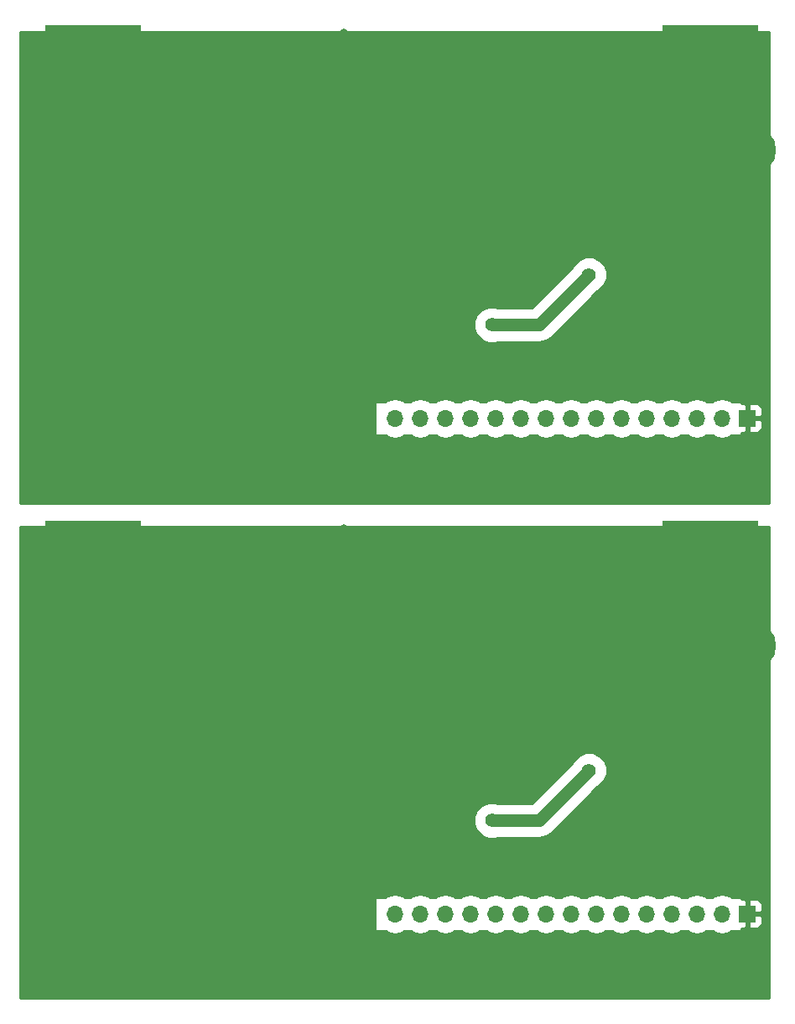
<source format=gbl>
%TF.GenerationSoftware,KiCad,Pcbnew,4.0.5*%
%TF.CreationDate,2018-01-19T21:54:26-07:00*%
%TF.ProjectId,Amplifier and Attenuator Module,416D706C696669657220616E64204174,6*%
%TF.FileFunction,Copper,L2,Bot,Signal*%
%FSLAX46Y46*%
G04 Gerber Fmt 4.6, Leading zero omitted, Abs format (unit mm)*
G04 Created by KiCad (PCBNEW 4.0.5) date 01/19/18 21:54:26*
%MOMM*%
%LPD*%
G01*
G04 APERTURE LIST*
%ADD10C,0.100000*%
%ADD11R,1.700000X1.700000*%
%ADD12O,1.700000X1.700000*%
%ADD13C,0.800000*%
%ADD14C,4.500000*%
%ADD15R,9.650000X4.190000*%
%ADD16C,1.400000*%
%ADD17C,0.250000*%
%ADD18C,1.250000*%
%ADD19C,0.254000*%
G04 APERTURE END LIST*
D10*
D11*
X148442960Y-175543400D03*
D12*
X145902960Y-175543400D03*
X143362960Y-175543400D03*
X140822960Y-175543400D03*
X138282960Y-175543400D03*
X135742960Y-175543400D03*
X133202960Y-175543400D03*
X130662960Y-175543400D03*
X128122960Y-175543400D03*
X125582960Y-175543400D03*
X123042960Y-175543400D03*
X120502960Y-175543400D03*
X117962960Y-175543400D03*
X115422960Y-175543400D03*
X112882960Y-175543400D03*
D13*
X101709500Y-148664100D03*
X77854460Y-156837740D03*
X101357000Y-156686000D03*
X88120500Y-149172100D03*
X116830120Y-169567800D03*
X121446360Y-149180460D03*
X97345000Y-169808000D03*
X107477840Y-172668120D03*
X97317840Y-177748120D03*
X113520500Y-149172100D03*
X79537840Y-175208120D03*
X97010500Y-149172100D03*
X105900500Y-149172100D03*
X117965500Y-149172100D03*
X111097000Y-156291000D03*
X92237840Y-177748120D03*
X107477840Y-177748120D03*
X111171000Y-165459600D03*
X93535000Y-169808000D03*
X107940120Y-169567800D03*
X83375000Y-169808000D03*
X93200500Y-149172100D03*
X109710500Y-149172100D03*
X80500500Y-147267100D03*
X103893900Y-137157900D03*
X98027560Y-138004460D03*
X107758300Y-141557600D03*
X107758300Y-136652600D03*
X150351560Y-138004460D03*
X118601560Y-138004460D03*
X150354500Y-141776000D03*
X137651560Y-138004460D03*
X126221560Y-138004460D03*
X113521560Y-138004460D03*
X135984500Y-140766000D03*
X122411560Y-138004460D03*
X124900760Y-149180460D03*
X133841560Y-138004460D03*
X130031560Y-138004460D03*
X149084500Y-144951000D03*
X76691560Y-138004460D03*
X93201560Y-138004460D03*
X111272600Y-137119800D03*
X108557000Y-154386000D03*
X101837560Y-138004460D03*
X77960500Y-145362100D03*
X88121560Y-138004460D03*
X85354460Y-154037740D03*
D14*
X107040000Y-181508000D03*
X78215560Y-151085460D03*
X149084500Y-148430800D03*
D15*
X144677000Y-137881000D03*
X82397000Y-137851000D03*
D13*
X99932560Y-138004460D03*
X121725000Y-156091000D03*
X111097000Y-159391000D03*
X128456760Y-149180460D03*
X105918000Y-152908000D03*
X87640460Y-159244740D03*
X83675500Y-148537100D03*
X146084360Y-147504060D03*
X98814200Y-156700600D03*
X99423500Y-148664100D03*
X87640460Y-155942740D03*
X88455000Y-169808000D03*
X87640460Y-165594740D03*
X127114000Y-154112000D03*
X128892000Y-156144000D03*
X88120500Y-152982100D03*
X79299080Y-169813160D03*
X116060500Y-137107100D03*
X95995560Y-137115460D03*
X76724000Y-141802000D03*
X90440000Y-137103000D03*
X123757000Y-154059000D03*
X95440000Y-171840000D03*
X75949460Y-158742740D03*
X113020120Y-167662800D03*
X116830120Y-171472800D03*
X104140000Y-154178000D03*
X97010500Y-152982100D03*
X93200500Y-152982100D03*
X98817000Y-154146000D03*
X98817000Y-165576000D03*
X150354500Y-172256000D03*
X98814200Y-162593400D03*
X121725000Y-159901000D03*
X113470000Y-152916000D03*
X81339000Y-154059000D03*
X121471000Y-152916000D03*
X87157840Y-172668120D03*
X117915000Y-152916000D03*
X121725000Y-163711000D03*
X97317840Y-172668120D03*
X119566000Y-169553000D03*
X98814200Y-159393000D03*
X128456760Y-151720460D03*
X102397840Y-182828120D03*
X92237840Y-182828120D03*
X87157840Y-182828120D03*
X82077840Y-182828120D03*
X82077840Y-177748120D03*
X87157840Y-177748120D03*
X102397840Y-177748120D03*
X97317840Y-182828120D03*
X75949460Y-169791740D03*
X75949460Y-165600740D03*
X75949460Y-177792740D03*
X75949460Y-182872740D03*
X111287840Y-172668120D03*
X102397840Y-172668120D03*
X92237840Y-172668120D03*
X107758300Y-146557600D03*
X107758300Y-138557600D03*
X107758300Y-88519600D03*
X107758300Y-96519600D03*
X92237840Y-122630120D03*
X102397840Y-122630120D03*
X111287840Y-122630120D03*
X75949460Y-132834740D03*
X75949460Y-127754740D03*
X75949460Y-115562740D03*
X75949460Y-119753740D03*
X97317840Y-132790120D03*
X102397840Y-127710120D03*
X87157840Y-127710120D03*
X82077840Y-127710120D03*
X82077840Y-132790120D03*
X87157840Y-132790120D03*
X92237840Y-132790120D03*
X102397840Y-132790120D03*
X128456760Y-101682460D03*
X98814200Y-109355000D03*
X119566000Y-119515000D03*
X97317840Y-122630120D03*
X121725000Y-113673000D03*
X117915000Y-102878000D03*
X87157840Y-122630120D03*
X121471000Y-102878000D03*
X81339000Y-104021000D03*
X113470000Y-102878000D03*
X121725000Y-109863000D03*
X98814200Y-112555400D03*
X150354500Y-122218000D03*
X98817000Y-115538000D03*
X98817000Y-104108000D03*
X93200500Y-102944100D03*
X97010500Y-102944100D03*
X104140000Y-104140000D03*
X116830120Y-121434800D03*
X113020120Y-117624800D03*
X75949460Y-108704740D03*
X95440000Y-121802000D03*
X123757000Y-104021000D03*
X90440000Y-87065000D03*
X76724000Y-91764000D03*
X95995560Y-87077460D03*
X116060500Y-87069100D03*
X79299080Y-119775160D03*
X88120500Y-102944100D03*
X128892000Y-106106000D03*
X127114000Y-104074000D03*
X87640460Y-115556740D03*
X88455000Y-119770000D03*
X87640460Y-105904740D03*
X99423500Y-98626100D03*
X98814200Y-106662600D03*
X146084360Y-97466060D03*
X83675500Y-98499100D03*
X87640460Y-109206740D03*
X105918000Y-102870000D03*
X128456760Y-99142460D03*
X111097000Y-109353000D03*
X121725000Y-106053000D03*
X99932560Y-87966460D03*
D15*
X82397000Y-87813000D03*
X144677000Y-87843000D03*
D14*
X149084500Y-98392800D03*
X78215560Y-101047460D03*
X107040000Y-131470000D03*
D13*
X85354460Y-103999740D03*
X88121560Y-87966460D03*
X77960500Y-95324100D03*
X101837560Y-87966460D03*
X108557000Y-104348000D03*
X111272600Y-87081800D03*
X93201560Y-87966460D03*
X76691560Y-87966460D03*
X149084500Y-94913000D03*
X130031560Y-87966460D03*
X133841560Y-87966460D03*
X124900760Y-99142460D03*
X122411560Y-87966460D03*
X135984500Y-90728000D03*
X113521560Y-87966460D03*
X126221560Y-87966460D03*
X137651560Y-87966460D03*
X150354500Y-91738000D03*
X118601560Y-87966460D03*
X150351560Y-87966460D03*
X107758300Y-86614600D03*
X107758300Y-91519600D03*
X98027560Y-87966460D03*
X103893900Y-87119900D03*
X80500500Y-97229100D03*
X109710500Y-99134100D03*
X93200500Y-99134100D03*
X83375000Y-119770000D03*
X107940120Y-119529800D03*
X93535000Y-119770000D03*
X111171000Y-115421600D03*
X107477840Y-127710120D03*
X92237840Y-127710120D03*
X111097000Y-106253000D03*
X117965500Y-99134100D03*
X105900500Y-99134100D03*
X97010500Y-99134100D03*
X79537840Y-125170120D03*
X113520500Y-99134100D03*
X97317840Y-127710120D03*
X107477840Y-122630120D03*
X97345000Y-119770000D03*
X121446360Y-99142460D03*
X116830120Y-119529800D03*
X88120500Y-99134100D03*
X101357000Y-106648000D03*
X77854460Y-106799740D03*
X101709500Y-98626100D03*
D11*
X148442960Y-125505400D03*
D12*
X145902960Y-125505400D03*
X143362960Y-125505400D03*
X140822960Y-125505400D03*
X138282960Y-125505400D03*
X135742960Y-125505400D03*
X133202960Y-125505400D03*
X130662960Y-125505400D03*
X128122960Y-125505400D03*
X125582960Y-125505400D03*
X123042960Y-125505400D03*
X120502960Y-125505400D03*
X117962960Y-125505400D03*
X115422960Y-125505400D03*
X112882960Y-125505400D03*
D13*
X136746800Y-146664300D03*
X135446800Y-146664300D03*
X136746800Y-145364300D03*
X135446800Y-145364300D03*
X132357000Y-146751000D03*
X148422640Y-178693000D03*
X148422640Y-128655000D03*
X132357000Y-96713000D03*
X135446800Y-95326300D03*
X136746800Y-95326300D03*
X135446800Y-96626300D03*
X136746800Y-96626300D03*
D16*
X132457000Y-161091000D03*
X122682280Y-166104760D03*
X122682280Y-116066760D03*
X132457000Y-111053000D03*
D17*
X82282000Y-137966000D02*
X82397000Y-137851000D01*
X76694500Y-137966000D02*
X82282000Y-137966000D01*
X144592000Y-137966000D02*
X144677000Y-137881000D01*
X137654500Y-137966000D02*
X144592000Y-137966000D01*
X137654500Y-87928000D02*
X144592000Y-87928000D01*
X144592000Y-87928000D02*
X144677000Y-87843000D01*
X76694500Y-87928000D02*
X82282000Y-87928000D01*
X82282000Y-87928000D02*
X82397000Y-87813000D01*
D18*
X127443240Y-166104760D02*
X122682280Y-166104760D01*
X132457000Y-161091000D02*
X127443240Y-166104760D01*
X132457000Y-111053000D02*
X127443240Y-116066760D01*
X127443240Y-116066760D02*
X122682280Y-116066760D01*
D19*
G36*
X150638000Y-134068000D02*
X75042000Y-134068000D01*
X75042000Y-123923240D01*
X110839400Y-123923240D01*
X110839400Y-127123240D01*
X110848085Y-127169399D01*
X110875365Y-127211793D01*
X110916990Y-127240234D01*
X110966400Y-127250240D01*
X111946201Y-127250240D01*
X112126395Y-127370642D01*
X112882960Y-127521132D01*
X113639525Y-127370642D01*
X113819719Y-127250240D01*
X114486201Y-127250240D01*
X114666395Y-127370642D01*
X115422960Y-127521132D01*
X116179525Y-127370642D01*
X116359719Y-127250240D01*
X117026201Y-127250240D01*
X117206395Y-127370642D01*
X117962960Y-127521132D01*
X118719525Y-127370642D01*
X118899719Y-127250240D01*
X119566201Y-127250240D01*
X119746395Y-127370642D01*
X120502960Y-127521132D01*
X121259525Y-127370642D01*
X121439719Y-127250240D01*
X122106201Y-127250240D01*
X122286395Y-127370642D01*
X123042960Y-127521132D01*
X123799525Y-127370642D01*
X123979719Y-127250240D01*
X124646201Y-127250240D01*
X124826395Y-127370642D01*
X125582960Y-127521132D01*
X126339525Y-127370642D01*
X126519719Y-127250240D01*
X127186201Y-127250240D01*
X127366395Y-127370642D01*
X128122960Y-127521132D01*
X128879525Y-127370642D01*
X129059719Y-127250240D01*
X129726201Y-127250240D01*
X129906395Y-127370642D01*
X130662960Y-127521132D01*
X131419525Y-127370642D01*
X131599719Y-127250240D01*
X132266201Y-127250240D01*
X132446395Y-127370642D01*
X133202960Y-127521132D01*
X133959525Y-127370642D01*
X134139719Y-127250240D01*
X134806201Y-127250240D01*
X134986395Y-127370642D01*
X135742960Y-127521132D01*
X136499525Y-127370642D01*
X136679719Y-127250240D01*
X137346201Y-127250240D01*
X137526395Y-127370642D01*
X138282960Y-127521132D01*
X139039525Y-127370642D01*
X139219719Y-127250240D01*
X139886201Y-127250240D01*
X140066395Y-127370642D01*
X140822960Y-127521132D01*
X141579525Y-127370642D01*
X141759719Y-127250240D01*
X142426201Y-127250240D01*
X142606395Y-127370642D01*
X143362960Y-127521132D01*
X144119525Y-127370642D01*
X144299719Y-127250240D01*
X144966201Y-127250240D01*
X145146395Y-127370642D01*
X145902960Y-127521132D01*
X146659525Y-127370642D01*
X146839719Y-127250240D01*
X147755000Y-127250240D01*
X147801159Y-127241555D01*
X147843553Y-127214275D01*
X147871994Y-127172650D01*
X147882000Y-127123240D01*
X147882000Y-126990400D01*
X148157210Y-126990400D01*
X148315960Y-126831650D01*
X148315960Y-125632400D01*
X148569960Y-125632400D01*
X148569960Y-126831650D01*
X148728710Y-126990400D01*
X149419270Y-126990400D01*
X149652659Y-126893727D01*
X149831287Y-126715098D01*
X149927960Y-126481709D01*
X149927960Y-125791150D01*
X149769210Y-125632400D01*
X148569960Y-125632400D01*
X148315960Y-125632400D01*
X148295960Y-125632400D01*
X148295960Y-125378400D01*
X148315960Y-125378400D01*
X148315960Y-124179150D01*
X148569960Y-124179150D01*
X148569960Y-125378400D01*
X149769210Y-125378400D01*
X149927960Y-125219650D01*
X149927960Y-124529091D01*
X149831287Y-124295702D01*
X149652659Y-124117073D01*
X149419270Y-124020400D01*
X148728710Y-124020400D01*
X148569960Y-124179150D01*
X148315960Y-124179150D01*
X148157210Y-124020400D01*
X147882000Y-124020400D01*
X147882000Y-123923240D01*
X147873315Y-123877081D01*
X147846035Y-123834687D01*
X147804410Y-123806246D01*
X147755000Y-123796240D01*
X146893118Y-123796240D01*
X146659525Y-123640158D01*
X145902960Y-123489668D01*
X145146395Y-123640158D01*
X144912802Y-123796240D01*
X144353118Y-123796240D01*
X144119525Y-123640158D01*
X143362960Y-123489668D01*
X142606395Y-123640158D01*
X142372802Y-123796240D01*
X141813118Y-123796240D01*
X141579525Y-123640158D01*
X140822960Y-123489668D01*
X140066395Y-123640158D01*
X139832802Y-123796240D01*
X139273118Y-123796240D01*
X139039525Y-123640158D01*
X138282960Y-123489668D01*
X137526395Y-123640158D01*
X137292802Y-123796240D01*
X136733118Y-123796240D01*
X136499525Y-123640158D01*
X135742960Y-123489668D01*
X134986395Y-123640158D01*
X134752802Y-123796240D01*
X134193118Y-123796240D01*
X133959525Y-123640158D01*
X133202960Y-123489668D01*
X132446395Y-123640158D01*
X132212802Y-123796240D01*
X131653118Y-123796240D01*
X131419525Y-123640158D01*
X130662960Y-123489668D01*
X129906395Y-123640158D01*
X129672802Y-123796240D01*
X129113118Y-123796240D01*
X128879525Y-123640158D01*
X128122960Y-123489668D01*
X127366395Y-123640158D01*
X127132802Y-123796240D01*
X126573118Y-123796240D01*
X126339525Y-123640158D01*
X125582960Y-123489668D01*
X124826395Y-123640158D01*
X124592802Y-123796240D01*
X124033118Y-123796240D01*
X123799525Y-123640158D01*
X123042960Y-123489668D01*
X122286395Y-123640158D01*
X122052802Y-123796240D01*
X121493118Y-123796240D01*
X121259525Y-123640158D01*
X120502960Y-123489668D01*
X119746395Y-123640158D01*
X119512802Y-123796240D01*
X118953118Y-123796240D01*
X118719525Y-123640158D01*
X117962960Y-123489668D01*
X117206395Y-123640158D01*
X116972802Y-123796240D01*
X116413118Y-123796240D01*
X116179525Y-123640158D01*
X115422960Y-123489668D01*
X114666395Y-123640158D01*
X114432802Y-123796240D01*
X113873118Y-123796240D01*
X113639525Y-123640158D01*
X112882960Y-123489668D01*
X112126395Y-123640158D01*
X111892802Y-123796240D01*
X110966400Y-123796240D01*
X110920241Y-123804925D01*
X110877847Y-123832205D01*
X110849406Y-123873830D01*
X110839400Y-123923240D01*
X75042000Y-123923240D01*
X75042000Y-116428578D01*
X120854964Y-116428578D01*
X121132522Y-117100320D01*
X121646016Y-117614712D01*
X122317273Y-117893442D01*
X123044098Y-117894076D01*
X123226377Y-117818760D01*
X127443240Y-117818760D01*
X128113702Y-117685397D01*
X128682091Y-117305611D01*
X133310576Y-112677126D01*
X133490560Y-112602758D01*
X134004952Y-112089264D01*
X134283682Y-111418007D01*
X134284316Y-110691182D01*
X134006758Y-110019440D01*
X133493264Y-109505048D01*
X132822007Y-109226318D01*
X132095182Y-109225684D01*
X131423440Y-109503242D01*
X130909048Y-110016736D01*
X130833413Y-110198885D01*
X126717538Y-114314760D01*
X123227141Y-114314760D01*
X123047287Y-114240078D01*
X122320462Y-114239444D01*
X121648720Y-114517002D01*
X121134328Y-115030496D01*
X120855598Y-115701753D01*
X120854964Y-116428578D01*
X75042000Y-116428578D01*
X75042000Y-86472000D01*
X150638000Y-86472000D01*
X150638000Y-134068000D01*
X150638000Y-134068000D01*
G37*
X150638000Y-134068000D02*
X75042000Y-134068000D01*
X75042000Y-123923240D01*
X110839400Y-123923240D01*
X110839400Y-127123240D01*
X110848085Y-127169399D01*
X110875365Y-127211793D01*
X110916990Y-127240234D01*
X110966400Y-127250240D01*
X111946201Y-127250240D01*
X112126395Y-127370642D01*
X112882960Y-127521132D01*
X113639525Y-127370642D01*
X113819719Y-127250240D01*
X114486201Y-127250240D01*
X114666395Y-127370642D01*
X115422960Y-127521132D01*
X116179525Y-127370642D01*
X116359719Y-127250240D01*
X117026201Y-127250240D01*
X117206395Y-127370642D01*
X117962960Y-127521132D01*
X118719525Y-127370642D01*
X118899719Y-127250240D01*
X119566201Y-127250240D01*
X119746395Y-127370642D01*
X120502960Y-127521132D01*
X121259525Y-127370642D01*
X121439719Y-127250240D01*
X122106201Y-127250240D01*
X122286395Y-127370642D01*
X123042960Y-127521132D01*
X123799525Y-127370642D01*
X123979719Y-127250240D01*
X124646201Y-127250240D01*
X124826395Y-127370642D01*
X125582960Y-127521132D01*
X126339525Y-127370642D01*
X126519719Y-127250240D01*
X127186201Y-127250240D01*
X127366395Y-127370642D01*
X128122960Y-127521132D01*
X128879525Y-127370642D01*
X129059719Y-127250240D01*
X129726201Y-127250240D01*
X129906395Y-127370642D01*
X130662960Y-127521132D01*
X131419525Y-127370642D01*
X131599719Y-127250240D01*
X132266201Y-127250240D01*
X132446395Y-127370642D01*
X133202960Y-127521132D01*
X133959525Y-127370642D01*
X134139719Y-127250240D01*
X134806201Y-127250240D01*
X134986395Y-127370642D01*
X135742960Y-127521132D01*
X136499525Y-127370642D01*
X136679719Y-127250240D01*
X137346201Y-127250240D01*
X137526395Y-127370642D01*
X138282960Y-127521132D01*
X139039525Y-127370642D01*
X139219719Y-127250240D01*
X139886201Y-127250240D01*
X140066395Y-127370642D01*
X140822960Y-127521132D01*
X141579525Y-127370642D01*
X141759719Y-127250240D01*
X142426201Y-127250240D01*
X142606395Y-127370642D01*
X143362960Y-127521132D01*
X144119525Y-127370642D01*
X144299719Y-127250240D01*
X144966201Y-127250240D01*
X145146395Y-127370642D01*
X145902960Y-127521132D01*
X146659525Y-127370642D01*
X146839719Y-127250240D01*
X147755000Y-127250240D01*
X147801159Y-127241555D01*
X147843553Y-127214275D01*
X147871994Y-127172650D01*
X147882000Y-127123240D01*
X147882000Y-126990400D01*
X148157210Y-126990400D01*
X148315960Y-126831650D01*
X148315960Y-125632400D01*
X148569960Y-125632400D01*
X148569960Y-126831650D01*
X148728710Y-126990400D01*
X149419270Y-126990400D01*
X149652659Y-126893727D01*
X149831287Y-126715098D01*
X149927960Y-126481709D01*
X149927960Y-125791150D01*
X149769210Y-125632400D01*
X148569960Y-125632400D01*
X148315960Y-125632400D01*
X148295960Y-125632400D01*
X148295960Y-125378400D01*
X148315960Y-125378400D01*
X148315960Y-124179150D01*
X148569960Y-124179150D01*
X148569960Y-125378400D01*
X149769210Y-125378400D01*
X149927960Y-125219650D01*
X149927960Y-124529091D01*
X149831287Y-124295702D01*
X149652659Y-124117073D01*
X149419270Y-124020400D01*
X148728710Y-124020400D01*
X148569960Y-124179150D01*
X148315960Y-124179150D01*
X148157210Y-124020400D01*
X147882000Y-124020400D01*
X147882000Y-123923240D01*
X147873315Y-123877081D01*
X147846035Y-123834687D01*
X147804410Y-123806246D01*
X147755000Y-123796240D01*
X146893118Y-123796240D01*
X146659525Y-123640158D01*
X145902960Y-123489668D01*
X145146395Y-123640158D01*
X144912802Y-123796240D01*
X144353118Y-123796240D01*
X144119525Y-123640158D01*
X143362960Y-123489668D01*
X142606395Y-123640158D01*
X142372802Y-123796240D01*
X141813118Y-123796240D01*
X141579525Y-123640158D01*
X140822960Y-123489668D01*
X140066395Y-123640158D01*
X139832802Y-123796240D01*
X139273118Y-123796240D01*
X139039525Y-123640158D01*
X138282960Y-123489668D01*
X137526395Y-123640158D01*
X137292802Y-123796240D01*
X136733118Y-123796240D01*
X136499525Y-123640158D01*
X135742960Y-123489668D01*
X134986395Y-123640158D01*
X134752802Y-123796240D01*
X134193118Y-123796240D01*
X133959525Y-123640158D01*
X133202960Y-123489668D01*
X132446395Y-123640158D01*
X132212802Y-123796240D01*
X131653118Y-123796240D01*
X131419525Y-123640158D01*
X130662960Y-123489668D01*
X129906395Y-123640158D01*
X129672802Y-123796240D01*
X129113118Y-123796240D01*
X128879525Y-123640158D01*
X128122960Y-123489668D01*
X127366395Y-123640158D01*
X127132802Y-123796240D01*
X126573118Y-123796240D01*
X126339525Y-123640158D01*
X125582960Y-123489668D01*
X124826395Y-123640158D01*
X124592802Y-123796240D01*
X124033118Y-123796240D01*
X123799525Y-123640158D01*
X123042960Y-123489668D01*
X122286395Y-123640158D01*
X122052802Y-123796240D01*
X121493118Y-123796240D01*
X121259525Y-123640158D01*
X120502960Y-123489668D01*
X119746395Y-123640158D01*
X119512802Y-123796240D01*
X118953118Y-123796240D01*
X118719525Y-123640158D01*
X117962960Y-123489668D01*
X117206395Y-123640158D01*
X116972802Y-123796240D01*
X116413118Y-123796240D01*
X116179525Y-123640158D01*
X115422960Y-123489668D01*
X114666395Y-123640158D01*
X114432802Y-123796240D01*
X113873118Y-123796240D01*
X113639525Y-123640158D01*
X112882960Y-123489668D01*
X112126395Y-123640158D01*
X111892802Y-123796240D01*
X110966400Y-123796240D01*
X110920241Y-123804925D01*
X110877847Y-123832205D01*
X110849406Y-123873830D01*
X110839400Y-123923240D01*
X75042000Y-123923240D01*
X75042000Y-116428578D01*
X120854964Y-116428578D01*
X121132522Y-117100320D01*
X121646016Y-117614712D01*
X122317273Y-117893442D01*
X123044098Y-117894076D01*
X123226377Y-117818760D01*
X127443240Y-117818760D01*
X128113702Y-117685397D01*
X128682091Y-117305611D01*
X133310576Y-112677126D01*
X133490560Y-112602758D01*
X134004952Y-112089264D01*
X134283682Y-111418007D01*
X134284316Y-110691182D01*
X134006758Y-110019440D01*
X133493264Y-109505048D01*
X132822007Y-109226318D01*
X132095182Y-109225684D01*
X131423440Y-109503242D01*
X130909048Y-110016736D01*
X130833413Y-110198885D01*
X126717538Y-114314760D01*
X123227141Y-114314760D01*
X123047287Y-114240078D01*
X122320462Y-114239444D01*
X121648720Y-114517002D01*
X121134328Y-115030496D01*
X120855598Y-115701753D01*
X120854964Y-116428578D01*
X75042000Y-116428578D01*
X75042000Y-86472000D01*
X150638000Y-86472000D01*
X150638000Y-134068000D01*
G36*
X150638000Y-184068000D02*
X75042000Y-184068000D01*
X75042000Y-173961240D01*
X110839400Y-173961240D01*
X110839400Y-177161240D01*
X110848085Y-177207399D01*
X110875365Y-177249793D01*
X110916990Y-177278234D01*
X110966400Y-177288240D01*
X111946201Y-177288240D01*
X112126395Y-177408642D01*
X112882960Y-177559132D01*
X113639525Y-177408642D01*
X113819719Y-177288240D01*
X114486201Y-177288240D01*
X114666395Y-177408642D01*
X115422960Y-177559132D01*
X116179525Y-177408642D01*
X116359719Y-177288240D01*
X117026201Y-177288240D01*
X117206395Y-177408642D01*
X117962960Y-177559132D01*
X118719525Y-177408642D01*
X118899719Y-177288240D01*
X119566201Y-177288240D01*
X119746395Y-177408642D01*
X120502960Y-177559132D01*
X121259525Y-177408642D01*
X121439719Y-177288240D01*
X122106201Y-177288240D01*
X122286395Y-177408642D01*
X123042960Y-177559132D01*
X123799525Y-177408642D01*
X123979719Y-177288240D01*
X124646201Y-177288240D01*
X124826395Y-177408642D01*
X125582960Y-177559132D01*
X126339525Y-177408642D01*
X126519719Y-177288240D01*
X127186201Y-177288240D01*
X127366395Y-177408642D01*
X128122960Y-177559132D01*
X128879525Y-177408642D01*
X129059719Y-177288240D01*
X129726201Y-177288240D01*
X129906395Y-177408642D01*
X130662960Y-177559132D01*
X131419525Y-177408642D01*
X131599719Y-177288240D01*
X132266201Y-177288240D01*
X132446395Y-177408642D01*
X133202960Y-177559132D01*
X133959525Y-177408642D01*
X134139719Y-177288240D01*
X134806201Y-177288240D01*
X134986395Y-177408642D01*
X135742960Y-177559132D01*
X136499525Y-177408642D01*
X136679719Y-177288240D01*
X137346201Y-177288240D01*
X137526395Y-177408642D01*
X138282960Y-177559132D01*
X139039525Y-177408642D01*
X139219719Y-177288240D01*
X139886201Y-177288240D01*
X140066395Y-177408642D01*
X140822960Y-177559132D01*
X141579525Y-177408642D01*
X141759719Y-177288240D01*
X142426201Y-177288240D01*
X142606395Y-177408642D01*
X143362960Y-177559132D01*
X144119525Y-177408642D01*
X144299719Y-177288240D01*
X144966201Y-177288240D01*
X145146395Y-177408642D01*
X145902960Y-177559132D01*
X146659525Y-177408642D01*
X146839719Y-177288240D01*
X147755000Y-177288240D01*
X147801159Y-177279555D01*
X147843553Y-177252275D01*
X147871994Y-177210650D01*
X147882000Y-177161240D01*
X147882000Y-177028400D01*
X148157210Y-177028400D01*
X148315960Y-176869650D01*
X148315960Y-175670400D01*
X148569960Y-175670400D01*
X148569960Y-176869650D01*
X148728710Y-177028400D01*
X149419270Y-177028400D01*
X149652659Y-176931727D01*
X149831287Y-176753098D01*
X149927960Y-176519709D01*
X149927960Y-175829150D01*
X149769210Y-175670400D01*
X148569960Y-175670400D01*
X148315960Y-175670400D01*
X148295960Y-175670400D01*
X148295960Y-175416400D01*
X148315960Y-175416400D01*
X148315960Y-174217150D01*
X148569960Y-174217150D01*
X148569960Y-175416400D01*
X149769210Y-175416400D01*
X149927960Y-175257650D01*
X149927960Y-174567091D01*
X149831287Y-174333702D01*
X149652659Y-174155073D01*
X149419270Y-174058400D01*
X148728710Y-174058400D01*
X148569960Y-174217150D01*
X148315960Y-174217150D01*
X148157210Y-174058400D01*
X147882000Y-174058400D01*
X147882000Y-173961240D01*
X147873315Y-173915081D01*
X147846035Y-173872687D01*
X147804410Y-173844246D01*
X147755000Y-173834240D01*
X146893118Y-173834240D01*
X146659525Y-173678158D01*
X145902960Y-173527668D01*
X145146395Y-173678158D01*
X144912802Y-173834240D01*
X144353118Y-173834240D01*
X144119525Y-173678158D01*
X143362960Y-173527668D01*
X142606395Y-173678158D01*
X142372802Y-173834240D01*
X141813118Y-173834240D01*
X141579525Y-173678158D01*
X140822960Y-173527668D01*
X140066395Y-173678158D01*
X139832802Y-173834240D01*
X139273118Y-173834240D01*
X139039525Y-173678158D01*
X138282960Y-173527668D01*
X137526395Y-173678158D01*
X137292802Y-173834240D01*
X136733118Y-173834240D01*
X136499525Y-173678158D01*
X135742960Y-173527668D01*
X134986395Y-173678158D01*
X134752802Y-173834240D01*
X134193118Y-173834240D01*
X133959525Y-173678158D01*
X133202960Y-173527668D01*
X132446395Y-173678158D01*
X132212802Y-173834240D01*
X131653118Y-173834240D01*
X131419525Y-173678158D01*
X130662960Y-173527668D01*
X129906395Y-173678158D01*
X129672802Y-173834240D01*
X129113118Y-173834240D01*
X128879525Y-173678158D01*
X128122960Y-173527668D01*
X127366395Y-173678158D01*
X127132802Y-173834240D01*
X126573118Y-173834240D01*
X126339525Y-173678158D01*
X125582960Y-173527668D01*
X124826395Y-173678158D01*
X124592802Y-173834240D01*
X124033118Y-173834240D01*
X123799525Y-173678158D01*
X123042960Y-173527668D01*
X122286395Y-173678158D01*
X122052802Y-173834240D01*
X121493118Y-173834240D01*
X121259525Y-173678158D01*
X120502960Y-173527668D01*
X119746395Y-173678158D01*
X119512802Y-173834240D01*
X118953118Y-173834240D01*
X118719525Y-173678158D01*
X117962960Y-173527668D01*
X117206395Y-173678158D01*
X116972802Y-173834240D01*
X116413118Y-173834240D01*
X116179525Y-173678158D01*
X115422960Y-173527668D01*
X114666395Y-173678158D01*
X114432802Y-173834240D01*
X113873118Y-173834240D01*
X113639525Y-173678158D01*
X112882960Y-173527668D01*
X112126395Y-173678158D01*
X111892802Y-173834240D01*
X110966400Y-173834240D01*
X110920241Y-173842925D01*
X110877847Y-173870205D01*
X110849406Y-173911830D01*
X110839400Y-173961240D01*
X75042000Y-173961240D01*
X75042000Y-166466578D01*
X120854964Y-166466578D01*
X121132522Y-167138320D01*
X121646016Y-167652712D01*
X122317273Y-167931442D01*
X123044098Y-167932076D01*
X123226377Y-167856760D01*
X127443240Y-167856760D01*
X128113702Y-167723397D01*
X128682091Y-167343611D01*
X133310576Y-162715126D01*
X133490560Y-162640758D01*
X134004952Y-162127264D01*
X134283682Y-161456007D01*
X134284316Y-160729182D01*
X134006758Y-160057440D01*
X133493264Y-159543048D01*
X132822007Y-159264318D01*
X132095182Y-159263684D01*
X131423440Y-159541242D01*
X130909048Y-160054736D01*
X130833413Y-160236885D01*
X126717538Y-164352760D01*
X123227141Y-164352760D01*
X123047287Y-164278078D01*
X122320462Y-164277444D01*
X121648720Y-164555002D01*
X121134328Y-165068496D01*
X120855598Y-165739753D01*
X120854964Y-166466578D01*
X75042000Y-166466578D01*
X75042000Y-136472000D01*
X150638000Y-136472000D01*
X150638000Y-184068000D01*
X150638000Y-184068000D01*
G37*
X150638000Y-184068000D02*
X75042000Y-184068000D01*
X75042000Y-173961240D01*
X110839400Y-173961240D01*
X110839400Y-177161240D01*
X110848085Y-177207399D01*
X110875365Y-177249793D01*
X110916990Y-177278234D01*
X110966400Y-177288240D01*
X111946201Y-177288240D01*
X112126395Y-177408642D01*
X112882960Y-177559132D01*
X113639525Y-177408642D01*
X113819719Y-177288240D01*
X114486201Y-177288240D01*
X114666395Y-177408642D01*
X115422960Y-177559132D01*
X116179525Y-177408642D01*
X116359719Y-177288240D01*
X117026201Y-177288240D01*
X117206395Y-177408642D01*
X117962960Y-177559132D01*
X118719525Y-177408642D01*
X118899719Y-177288240D01*
X119566201Y-177288240D01*
X119746395Y-177408642D01*
X120502960Y-177559132D01*
X121259525Y-177408642D01*
X121439719Y-177288240D01*
X122106201Y-177288240D01*
X122286395Y-177408642D01*
X123042960Y-177559132D01*
X123799525Y-177408642D01*
X123979719Y-177288240D01*
X124646201Y-177288240D01*
X124826395Y-177408642D01*
X125582960Y-177559132D01*
X126339525Y-177408642D01*
X126519719Y-177288240D01*
X127186201Y-177288240D01*
X127366395Y-177408642D01*
X128122960Y-177559132D01*
X128879525Y-177408642D01*
X129059719Y-177288240D01*
X129726201Y-177288240D01*
X129906395Y-177408642D01*
X130662960Y-177559132D01*
X131419525Y-177408642D01*
X131599719Y-177288240D01*
X132266201Y-177288240D01*
X132446395Y-177408642D01*
X133202960Y-177559132D01*
X133959525Y-177408642D01*
X134139719Y-177288240D01*
X134806201Y-177288240D01*
X134986395Y-177408642D01*
X135742960Y-177559132D01*
X136499525Y-177408642D01*
X136679719Y-177288240D01*
X137346201Y-177288240D01*
X137526395Y-177408642D01*
X138282960Y-177559132D01*
X139039525Y-177408642D01*
X139219719Y-177288240D01*
X139886201Y-177288240D01*
X140066395Y-177408642D01*
X140822960Y-177559132D01*
X141579525Y-177408642D01*
X141759719Y-177288240D01*
X142426201Y-177288240D01*
X142606395Y-177408642D01*
X143362960Y-177559132D01*
X144119525Y-177408642D01*
X144299719Y-177288240D01*
X144966201Y-177288240D01*
X145146395Y-177408642D01*
X145902960Y-177559132D01*
X146659525Y-177408642D01*
X146839719Y-177288240D01*
X147755000Y-177288240D01*
X147801159Y-177279555D01*
X147843553Y-177252275D01*
X147871994Y-177210650D01*
X147882000Y-177161240D01*
X147882000Y-177028400D01*
X148157210Y-177028400D01*
X148315960Y-176869650D01*
X148315960Y-175670400D01*
X148569960Y-175670400D01*
X148569960Y-176869650D01*
X148728710Y-177028400D01*
X149419270Y-177028400D01*
X149652659Y-176931727D01*
X149831287Y-176753098D01*
X149927960Y-176519709D01*
X149927960Y-175829150D01*
X149769210Y-175670400D01*
X148569960Y-175670400D01*
X148315960Y-175670400D01*
X148295960Y-175670400D01*
X148295960Y-175416400D01*
X148315960Y-175416400D01*
X148315960Y-174217150D01*
X148569960Y-174217150D01*
X148569960Y-175416400D01*
X149769210Y-175416400D01*
X149927960Y-175257650D01*
X149927960Y-174567091D01*
X149831287Y-174333702D01*
X149652659Y-174155073D01*
X149419270Y-174058400D01*
X148728710Y-174058400D01*
X148569960Y-174217150D01*
X148315960Y-174217150D01*
X148157210Y-174058400D01*
X147882000Y-174058400D01*
X147882000Y-173961240D01*
X147873315Y-173915081D01*
X147846035Y-173872687D01*
X147804410Y-173844246D01*
X147755000Y-173834240D01*
X146893118Y-173834240D01*
X146659525Y-173678158D01*
X145902960Y-173527668D01*
X145146395Y-173678158D01*
X144912802Y-173834240D01*
X144353118Y-173834240D01*
X144119525Y-173678158D01*
X143362960Y-173527668D01*
X142606395Y-173678158D01*
X142372802Y-173834240D01*
X141813118Y-173834240D01*
X141579525Y-173678158D01*
X140822960Y-173527668D01*
X140066395Y-173678158D01*
X139832802Y-173834240D01*
X139273118Y-173834240D01*
X139039525Y-173678158D01*
X138282960Y-173527668D01*
X137526395Y-173678158D01*
X137292802Y-173834240D01*
X136733118Y-173834240D01*
X136499525Y-173678158D01*
X135742960Y-173527668D01*
X134986395Y-173678158D01*
X134752802Y-173834240D01*
X134193118Y-173834240D01*
X133959525Y-173678158D01*
X133202960Y-173527668D01*
X132446395Y-173678158D01*
X132212802Y-173834240D01*
X131653118Y-173834240D01*
X131419525Y-173678158D01*
X130662960Y-173527668D01*
X129906395Y-173678158D01*
X129672802Y-173834240D01*
X129113118Y-173834240D01*
X128879525Y-173678158D01*
X128122960Y-173527668D01*
X127366395Y-173678158D01*
X127132802Y-173834240D01*
X126573118Y-173834240D01*
X126339525Y-173678158D01*
X125582960Y-173527668D01*
X124826395Y-173678158D01*
X124592802Y-173834240D01*
X124033118Y-173834240D01*
X123799525Y-173678158D01*
X123042960Y-173527668D01*
X122286395Y-173678158D01*
X122052802Y-173834240D01*
X121493118Y-173834240D01*
X121259525Y-173678158D01*
X120502960Y-173527668D01*
X119746395Y-173678158D01*
X119512802Y-173834240D01*
X118953118Y-173834240D01*
X118719525Y-173678158D01*
X117962960Y-173527668D01*
X117206395Y-173678158D01*
X116972802Y-173834240D01*
X116413118Y-173834240D01*
X116179525Y-173678158D01*
X115422960Y-173527668D01*
X114666395Y-173678158D01*
X114432802Y-173834240D01*
X113873118Y-173834240D01*
X113639525Y-173678158D01*
X112882960Y-173527668D01*
X112126395Y-173678158D01*
X111892802Y-173834240D01*
X110966400Y-173834240D01*
X110920241Y-173842925D01*
X110877847Y-173870205D01*
X110849406Y-173911830D01*
X110839400Y-173961240D01*
X75042000Y-173961240D01*
X75042000Y-166466578D01*
X120854964Y-166466578D01*
X121132522Y-167138320D01*
X121646016Y-167652712D01*
X122317273Y-167931442D01*
X123044098Y-167932076D01*
X123226377Y-167856760D01*
X127443240Y-167856760D01*
X128113702Y-167723397D01*
X128682091Y-167343611D01*
X133310576Y-162715126D01*
X133490560Y-162640758D01*
X134004952Y-162127264D01*
X134283682Y-161456007D01*
X134284316Y-160729182D01*
X134006758Y-160057440D01*
X133493264Y-159543048D01*
X132822007Y-159264318D01*
X132095182Y-159263684D01*
X131423440Y-159541242D01*
X130909048Y-160054736D01*
X130833413Y-160236885D01*
X126717538Y-164352760D01*
X123227141Y-164352760D01*
X123047287Y-164278078D01*
X122320462Y-164277444D01*
X121648720Y-164555002D01*
X121134328Y-165068496D01*
X120855598Y-165739753D01*
X120854964Y-166466578D01*
X75042000Y-166466578D01*
X75042000Y-136472000D01*
X150638000Y-136472000D01*
X150638000Y-184068000D01*
M02*

</source>
